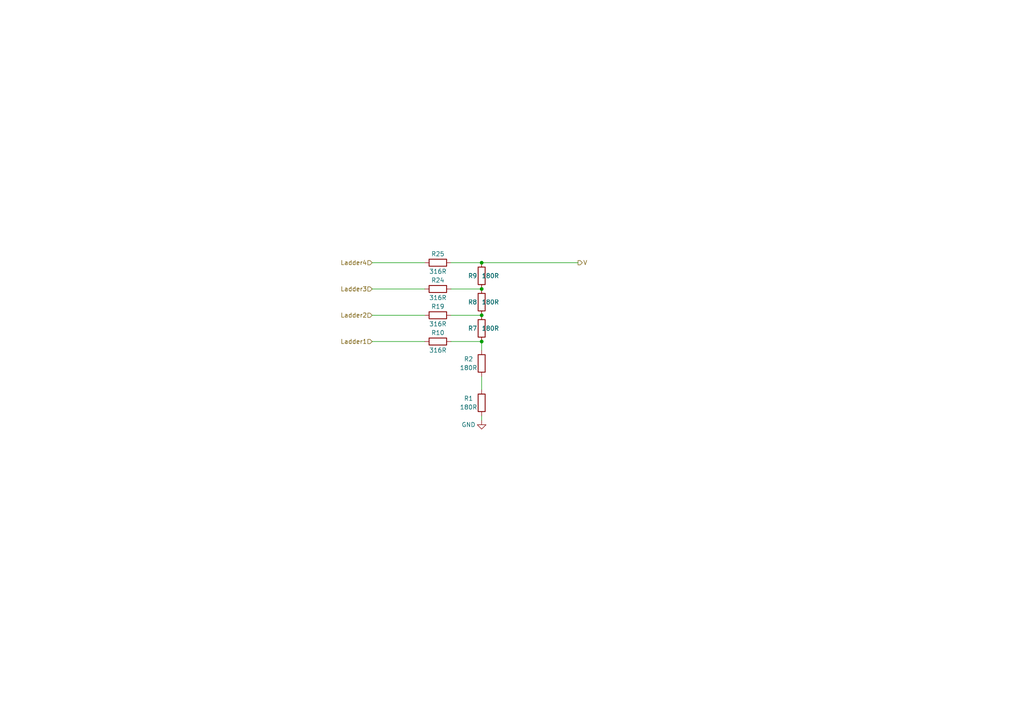
<source format=kicad_sch>
(kicad_sch (version 20211123) (generator eeschema)
  (paper "A4")
  (title_block (title "PHORAE") (rev "A"))
  (lib_symbols
    (symbol "Device:R" (pin_numbers hide) (pin_names (offset 0))
      (property "Reference" "R" (at 2.032 0 90))
      (property "Value" "R" (at 0 0 90))
      (symbol "R_0_1"
        (rectangle (start -1.016 -2.54) (end 1.016 2.54) (stroke (width 0.254)))
      )
      (symbol "R_1_1"
        (pin passive line (at 0 3.81 270) (length 1.27) (name "~") (number "1"))
        (pin passive line (at 0 -3.81 90) (length 1.27) (name "~") (number "2"))
      )
    )
    (symbol "power:GND" (power) (pin_names (offset 0))
      (property "Value" "GND" (at 0 -3.81 0))
      (symbol "GND_0_1"
        (polyline (pts (xy 0 0) (xy 0 -1.27) (xy 1.27 -1.27) (xy 0 -2.54) (xy -1.27 -1.27) (xy 0 -1.27)))
      )
      (symbol "GND_1_1"
        (pin power_in line (at 0 0 270) (length 0) hide (name "GND") (number "1"))
      )
    )
  )
  (junction (at 139.7 76.2))
  (junction (at 139.7 83.82))
  (junction (at 139.7 91.44))
  (junction (at 139.7 99.06))
  (wire (pts (xy 107.95 83.82) (xy 123.19 83.82)))
  (wire (pts (xy 130.81 83.82) (xy 139.7 83.82)))
  (wire (pts (xy 107.95 99.06) (xy 123.19 99.06)))
  (wire (pts (xy 130.81 91.44) (xy 139.7 91.44)))
  (wire (pts (xy 139.7 76.2) (xy 167.64 76.2)))
  (wire (pts (xy 139.7 109.22) (xy 139.7 113.03)))
  (wire (pts (xy 139.7 99.06) (xy 139.7 101.6)))
  (wire (pts (xy 139.7 120.65) (xy 139.7 121.92)))
  (wire (pts (xy 107.95 91.44) (xy 123.19 91.44)))
  (wire (pts (xy 107.95 76.2) (xy 123.19 76.2)))
  (wire (pts (xy 130.81 99.06) (xy 139.7 99.06)))
  (wire (pts (xy 130.81 76.2) (xy 139.7 76.2)))
  (hierarchical_label "Ladder4" (shape input) (at 107.95 76.2 180))
  (hierarchical_label "Ladder1" (shape input) (at 107.95 99.06 180))
  (hierarchical_label "V" (shape output) (at 167.64 76.2 0))
  (hierarchical_label "Ladder3" (shape input) (at 107.95 83.82 180))
  (hierarchical_label "Ladder2" (shape input) (at 107.95 91.44 180))
  (symbol (lib_id "Device:R") (at 139.7 87.63 0) (unit 1)
    (property "Reference" "R8" (at 138.43 87.63 0) (effects (justify right)))
    (property "Value" "180R" (at 144.78 87.63 0) (effects (justify right)))
    (property "Footprint" "PhobGCC_2_0_0_footprints:R_0402_1005Metric" (effects hide))
    (property "MPN" "RC0402FR-07180RL" (effects hide))
    (property "Manufacturer" "YAGEO" (effects hide))
    (property "Package" "0402" (effects hide))
    (property "VARIANT" "NoVar" (effects hide))
  )
  (symbol (lib_id "power:GND") (at 139.7 121.92 0) (unit 1)
    (property "Reference" "#PWR045" (effects hide))
    (property "Value" "GND" (at 135.89 123.19 0))
  )
  (symbol (lib_id "Device:R") (at 127 91.44 270) (unit 1)
    (property "Reference" "R19" (at 127 88.9 90))
    (property "Value" "316R" (at 127 93.98 90))
    (property "Footprint" "PhobGCC_2_0_0_footprints:R_0402_1005Metric" (effects hide))
    (property "MPN" "RC0402FR-07316RL" (effects hide))
    (property "Manufacturer" "YAGEO" (effects hide))
    (property "Package" "0402" (effects hide))
    (property "VARIANT" "NoVar" (effects hide))
  )
  (symbol (lib_id "Device:R") (at 127 76.2 270) (unit 1)
    (property "Reference" "R25" (at 127 73.66 90))
    (property "Value" "316R" (at 127 78.74 90))
    (property "Footprint" "PhobGCC_2_0_0_footprints:R_0402_1005Metric" (effects hide))
    (property "MPN" "RC0402FR-07316RL" (effects hide))
    (property "Manufacturer" "YAGEO" (effects hide))
    (property "Package" "0402" (effects hide))
    (property "VARIANT" "NoVar" (effects hide))
  )
  (symbol (lib_id "Device:R") (at 127 99.06 270) (unit 1)
    (property "Reference" "R10" (at 127 96.52 90))
    (property "Value" "316R" (at 127 101.6 90))
    (property "Footprint" "PhobGCC_2_0_0_footprints:R_0402_1005Metric" (effects hide))
    (property "MPN" "RC0402FR-07316RL" (effects hide))
    (property "Manufacturer" "YAGEO" (effects hide))
    (property "Package" "0402" (effects hide))
    (property "VARIANT" "NoVar" (effects hide))
  )
  (symbol (lib_id "Device:R") (at 139.7 95.25 0) (unit 1)
    (property "Reference" "R7" (at 138.43 95.25 0) (effects (justify right)))
    (property "Value" "180R" (at 144.78 95.25 0) (effects (justify right)))
    (property "Footprint" "PhobGCC_2_0_0_footprints:R_0402_1005Metric" (effects hide))
    (property "MPN" "RC0402FR-07180RL" (effects hide))
    (property "Manufacturer" "YAGEO" (effects hide))
    (property "Package" "0402" (effects hide))
    (property "VARIANT" "NoVar" (effects hide))
  )
  (symbol (lib_id "Device:R") (at 139.7 105.41 0) (unit 1)
    (property "Reference" "R2" (at 135.89 104.14 0))
    (property "Value" "180R" (at 135.89 106.68 0))
    (property "Footprint" "PhobGCC_2_0_0_footprints:R_0402_1005Metric" (effects hide))
    (property "MPN" "RC0402FR-07180RL" (effects hide))
    (property "Manufacturer" "YAGEO" (effects hide))
    (property "Package" "0402" (effects hide))
    (property "VARIANT" "NoVar" (effects hide))
  )
  (symbol (lib_id "Device:R") (at 139.7 116.84 0) (unit 1)
    (property "Reference" "R1" (at 135.89 115.57 0))
    (property "Value" "180R" (at 135.89 118.11 0))
    (property "Footprint" "PhobGCC_2_0_0_footprints:R_0402_1005Metric" (effects hide))
    (property "MPN" "RC0402FR-07180RL" (effects hide))
    (property "Manufacturer" "YAGEO" (effects hide))
    (property "Package" "0402" (effects hide))
    (property "VARIANT" "NoVar" (effects hide))
  )
  (symbol (lib_id "Device:R") (at 139.7 80.01 0) (unit 1)
    (property "Reference" "R9" (at 138.43 80.01 0) (effects (justify right)))
    (property "Value" "180R" (at 144.78 80.01 0) (effects (justify right)))
    (property "Footprint" "PhobGCC_2_0_0_footprints:R_0402_1005Metric" (effects hide))
    (property "MPN" "RC0402FR-07180RL" (effects hide))
    (property "Manufacturer" "YAGEO" (effects hide))
    (property "Package" "0402" (effects hide))
    (property "VARIANT" "NoVar" (effects hide))
  )
  (symbol (lib_id "Device:R") (at 127 83.82 270) (unit 1)
    (property "Reference" "R24" (at 127 81.28 90))
    (property "Value" "316R" (at 127 86.36 90))
    (property "Footprint" "PhobGCC_2_0_0_footprints:R_0402_1005Metric" (effects hide))
    (property "MPN" "RC0402FR-07316RL" (effects hide))
    (property "Manufacturer" "YAGEO" (effects hide))
    (property "Package" "0402" (effects hide))
    (property "VARIANT" "NoVar" (effects hide))
  )
)
</source>
